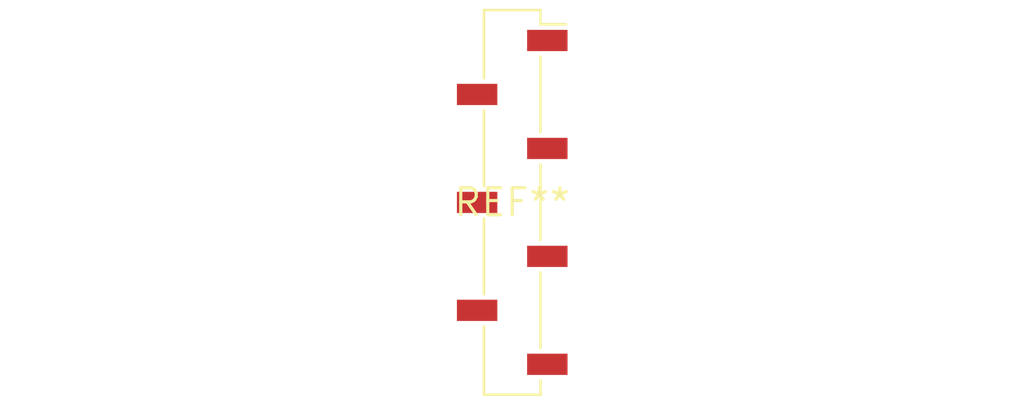
<source format=kicad_pcb>
(kicad_pcb (version 20240108) (generator pcbnew)
  (layers (0 "F.Cu" signal) (31 "B.Cu" signal) (34 "B.Paste" user) (35 "F.Paste" user) (36 "B.SilkS" user "B.Silkscreen") (37 "F.SilkS" user "F.Silkscreen") (38 "B.Mask" user) (39 "F.Mask" user) (44 "Edge.Cuts" user))
  (net 0 "")
  (footprint "PinSocket_1x07_P2.54mm_Vertical_SMD_Pin1Right" (layer "F.Cu") (at 0 0)
    (property "Reference" "REF**")
    (property "Value" "PinSocket_1x07_P2.54mm_Vertical_SMD_Pin1Right")
    (fp_line (start -1.33 -9.05) (end -1.33 -5.84) (layer "F.SilkS") (stroke (width 0.12)))
    (fp_line (start -1.33 -9.05) (end 1.33 -9.05) (layer "F.SilkS") (stroke (width 0.12)))
    (fp_line (start -1.33 -4.32) (end -1.33 -0.76) (layer "F.SilkS") (stroke (width 0.12)))
    (fp_line (start -1.33 0.76) (end -1.33 4.32) (layer "F.SilkS") (stroke (width 0.12)))
    (fp_line (start -1.33 5.84) (end -1.33 9.05) (layer "F.SilkS") (stroke (width 0.12)))
    (fp_line (start -1.33 9.05) (end 1.33 9.05) (layer "F.SilkS") (stroke (width 0.12)))
    (fp_line (start 1.33 -9.05) (end 1.33 -8.38) (layer "F.SilkS") (stroke (width 0.12)))
    (fp_line (start 1.33 -8.38) (end 2.54 -8.38) (layer "F.SilkS") (stroke (width 0.12)))
    (fp_line (start 1.33 -6.86) (end 1.33 -3.3) (layer "F.SilkS") (stroke (width 0.12)))
    (fp_line (start 1.33 -1.78) (end 1.33 1.78) (layer "F.SilkS") (stroke (width 0.12)))
    (fp_line (start 1.33 3.3) (end 1.33 6.86) (layer "F.SilkS") (stroke (width 0.12)))
    (fp_line (start 1.33 8.38) (end 1.33 9.05) (layer "F.SilkS") (stroke (width 0.12)))
    (pad "1" smd rect (at 1.65 -7.62) (size 1.9 1) (layers "F.Cu" "F.Paste" "F.Mask"))
    (pad "2" smd rect (at -1.65 -5.08) (size 1.9 1) (layers "F.Cu" "F.Paste" "F.Mask"))
    (pad "3" smd rect (at 1.65 -2.54) (size 1.9 1) (layers "F.Cu" "F.Paste" "F.Mask"))
    (pad "4" smd rect (at -1.65 0) (size 1.9 1) (layers "F.Cu" "F.Paste" "F.Mask"))
    (pad "5" smd rect (at 1.65 2.54) (size 1.9 1) (layers "F.Cu" "F.Paste" "F.Mask"))
    (pad "6" smd rect (at -1.65 5.08) (size 1.9 1) (layers "F.Cu" "F.Paste" "F.Mask"))
    (pad "7" smd rect (at 1.65 7.62) (size 1.9 1) (layers "F.Cu" "F.Paste" "F.Mask"))
  )
)
</source>
